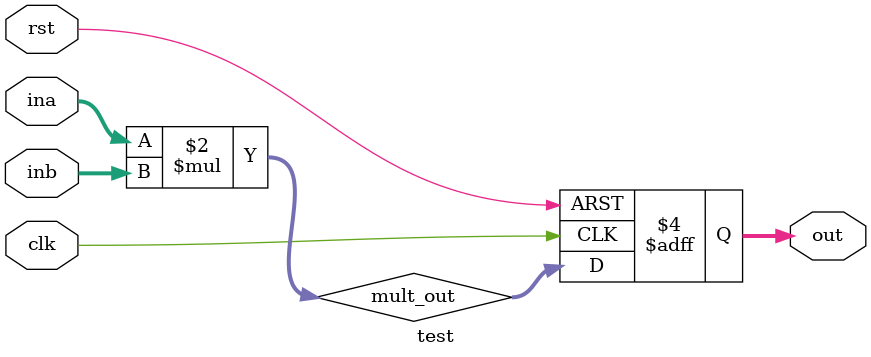
<source format=sv>
module test(
	input [2:0] ina,inb,
	input clk,rst,
	output reg [4:0] out
);
	reg [4:0] mult_out;
	always @(*) begin
		mult_out = ina* inb;
	end
	always_ff @(posedge clk,posedge rst)
	begin
		if(rst) begin 
				out <= 4'd1;
		end
		else    out <= mult_out;
	end
endmodule

</source>
